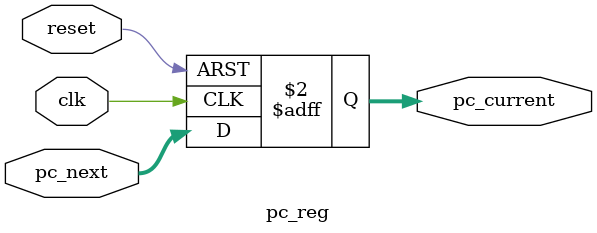
<source format=v>
module pc_reg (
    input         clk,
    input         reset,        // active-high reset
    input  [31:0] pc_next,      // next PC from PC update logic
    output reg [31:0] pc_current   // current PC
);

    always @(posedge clk or posedge reset) begin
        if (reset)
            pc_current <= 32'd0;     // PC starts at 0 (can change to 4 or any start addr)
        else
            pc_current <= pc_next;   // update PC each cycle
    end

endmodule


</source>
